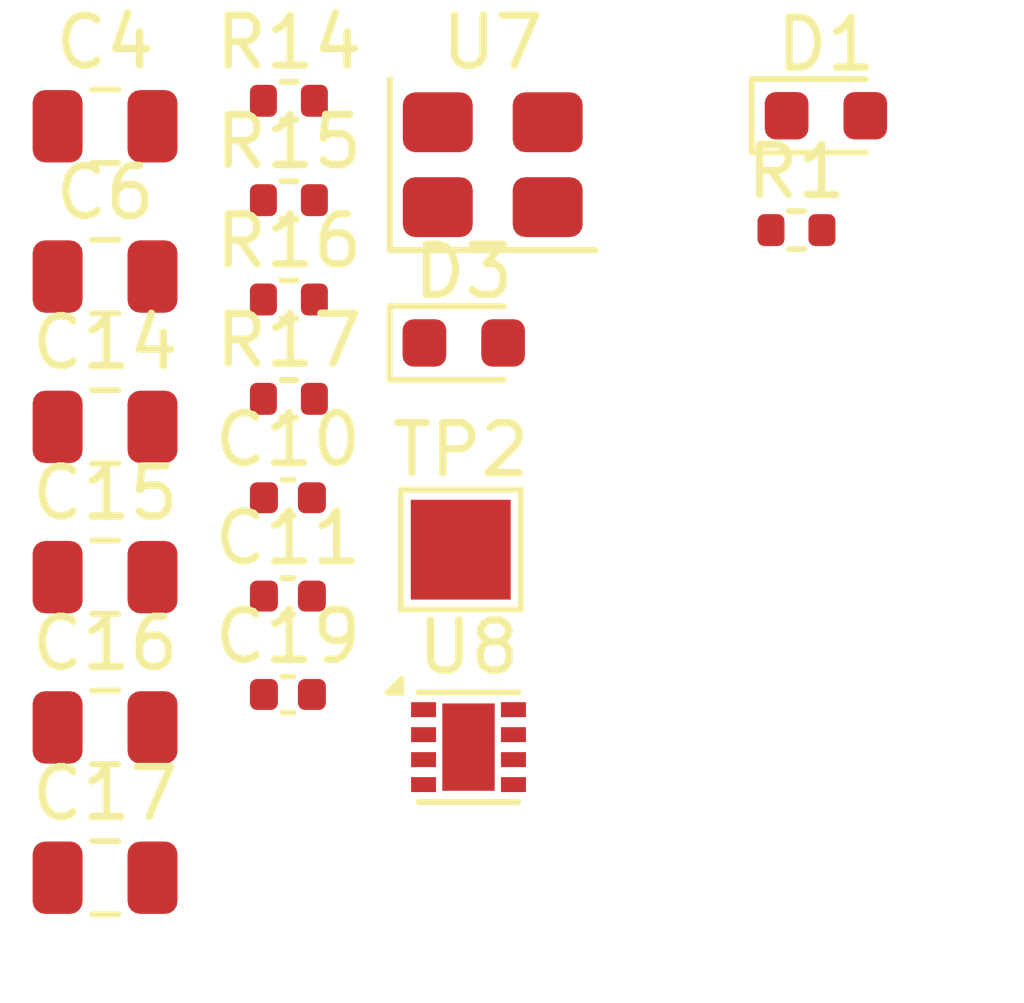
<source format=kicad_pcb>
(kicad_pcb (version 20241229) (generator "pcbnew") (generator_version "9.0")
  (layers (0 "F.Cu" signal) (2 "B.Cu" signal) (13 "F.Paste" user) (15 "B.Paste" user) (5 "F.SilkS" user "F.Silkscreen") (7 "B.SilkS" user "B.Silkscreen") (1 "F.Mask" user) (3 "B.Mask" user) (25 "Edge.Cuts" user))
  (net 0 "")
  (net 1 "GND")
  (net 2 "/NVME/+5v")
  (net 3 "/NVME/FB")
  (net 4 "/NVME/M2_3v3")
  (net 5 "/CM5 Connectors/+3.3v")
  (net 6 "Net-(D1-K)")
  (net 7 "Net-(D3-K)")
  (net 8 "Net-(U2-LED_nACT)")
  (net 9 "/NVME/PCIE_PWR_EN")
  (net 14 "Net-(U8-LX)")
  (footprint "Capacitor_SMD:C_0805_2012Metric" (layer "F.Cu") (at 91.325 63.835)
    (property "Reference" "C14" (at 0 -1.68 0) (layer "F.SilkS"))
    (property "Value" "10u")
    (fp_line (start -0.261252 -0.735) (end 0.261252 -0.735) (stroke (width 0.12)) (layer "F.SilkS"))
    (fp_line (start -0.261252 0.735) (end 0.261252 0.735) (stroke (width 0.12)) (layer "F.SilkS"))
    (pad "1" smd roundrect (at -0.95 0) (size 1 1.45) (layers "F.Cu" "F.Mask" "F.Paste") (net 4 "/NVME/M2_3v3"))
    (pad "2" smd roundrect (at 0.95 0) (size 1 1.45) (layers "F.Cu" "F.Mask" "F.Paste") (net 1 "GND"))
  )
  (footprint "Capacitor_SMD:C_0805_2012Metric" (layer "F.Cu") (at 91.325 66.845)
    (property "Reference" "C15" (at 0 -1.68 0) (layer "F.SilkS"))
    (property "Value" "10u")
    (fp_line (start -0.261252 -0.735) (end 0.261252 -0.735) (stroke (width 0.12)) (layer "F.SilkS"))
    (fp_line (start -0.261252 0.735) (end 0.261252 0.735) (stroke (width 0.12)) (layer "F.SilkS"))
    (pad "1" smd roundrect (at -0.95 0) (size 1 1.45) (layers "F.Cu" "F.Mask" "F.Paste") (net 4 "/NVME/M2_3v3"))
    (pad "2" smd roundrect (at 0.95 0) (size 1 1.45) (layers "F.Cu" "F.Mask" "F.Paste") (net 1 "GND"))
  )
  (footprint "Resistor_SMD:R_0402_1005Metric" (layer "F.Cu") (at 95.005 61.285)
    (property "Reference" "R16" (at 0 -1.17 0) (layer "F.SilkS"))
    (property "Value" "2.2K 1%")
    (fp_line (start -0.153641 -0.38) (end 0.153641 -0.38) (stroke (width 0.12)) (layer "F.SilkS"))
    (fp_line (start -0.153641 0.38) (end 0.153641 0.38) (stroke (width 0.12)) (layer "F.SilkS"))
    (pad "1" smd roundrect (at -0.51 0) (size 0.54 0.64) (layers "F.Cu" "F.Mask" "F.Paste") (net 3 "/NVME/FB"))
    (pad "2" smd roundrect (at 0.51 0) (size 0.54 0.64) (layers "F.Cu" "F.Mask" "F.Paste") (net 1 "GND"))
  )
  (footprint "Capacitor_SMD:C_0805_2012Metric" (layer "F.Cu") (at 91.325 57.815)
    (property "Reference" "C4" (at 0 -1.68 0) (layer "F.SilkS"))
    (property "Value" "10u")
    (fp_line (start -0.261252 -0.735) (end 0.261252 -0.735) (stroke (width 0.12)) (layer "F.SilkS"))
    (fp_line (start -0.261252 0.735) (end 0.261252 0.735) (stroke (width 0.12)) (layer "F.SilkS"))
    (pad "1" smd roundrect (at -0.95 0) (size 1 1.45) (layers "F.Cu" "F.Mask" "F.Paste") (net 2 "/NVME/+5v"))
    (pad "2" smd roundrect (at 0.95 0) (size 1 1.45) (layers "F.Cu" "F.Mask" "F.Paste") (net 1 "GND"))
  )
  (footprint "Resistor_SMD:R_0402_1005Metric" (layer "F.Cu") (at 95.005 59.295)
    (property "Reference" "R15" (at 0 -1.17 0) (layer "F.SilkS"))
    (property "Value" "10K 1%")
    (fp_line (start -0.153641 -0.38) (end 0.153641 -0.38) (stroke (width 0.12)) (layer "F.SilkS"))
    (fp_line (start -0.153641 0.38) (end 0.153641 0.38) (stroke (width 0.12)) (layer "F.SilkS"))
    (pad "1" smd roundrect (at -0.51 0) (size 0.54 0.64) (layers "F.Cu" "F.Mask" "F.Paste") (net 4 "/NVME/M2_3v3"))
    (pad "2" smd roundrect (at 0.51 0) (size 0.54 0.64) (layers "F.Cu" "F.Mask" "F.Paste") (net 3 "/NVME/FB"))
  )
  (footprint "Capacitor_SMD:C_0402_1005Metric" (layer "F.Cu") (at 94.985 65.255)
    (property "Reference" "C10" (at 0 -1.16 0) (layer "F.SilkS"))
    (property "Value" "100n")
    (fp_line (start -0.107836 -0.36) (end 0.107836 -0.36) (stroke (width 0.12)) (layer "F.SilkS"))
    (fp_line (start -0.107836 0.36) (end 0.107836 0.36) (stroke (width 0.12)) (layer "F.SilkS"))
    (pad "1" smd roundrect (at -0.48 0) (size 0.56 0.62) (layers "F.Cu" "F.Mask" "F.Paste") (net 2 "/NVME/+5v"))
    (pad "2" smd roundrect (at 0.48 0) (size 0.56 0.62) (layers "F.Cu" "F.Mask" "F.Paste") (net 1 "GND"))
  )
  (footprint "Package_DFN_QFN:DFN-8-1EP_2x2mm_P0.5mm_EP1.05x1.75mm" (layer "F.Cu") (at 98.6 70.25)
    (property "Reference" "U8" (at 0 -2 0) (layer "F.SilkS"))
    (property "Value" "AP3441SHE-7B")
    (fp_line (start -1 -1.1) (end 1 -1.1) (stroke (width 0.12)) (layer "F.SilkS"))
    (fp_line (start -1 1.1) (end 1 1.1) (stroke (width 0.12)) (layer "F.SilkS"))
    (fp_poly (pts (xy -1.34 -1.09) (xy -1.62 -1.09) (xy -1.34 -1.37) (xy -1.34 -1.09)) (stroke (width 0.12)) (fill yes) (layer "F.SilkS"))
    (pad "1" smd rect (at -0.9 -0.75) (size 0.5 0.3) (layers "F.Cu" "F.Mask" "F.Paste") (net 3 "/NVME/FB"))
    (pad "2" smd rect (at -0.9 -0.25) (size 0.5 0.3) (layers "F.Cu" "F.Mask" "F.Paste"))
    (pad "3" smd rect (at -0.9 0.25) (size 0.5 0.3) (layers "F.Cu" "F.Mask" "F.Paste") (net 2 "/NVME/+5v"))
    (pad "4" smd rect (at -0.9 0.75) (size 0.5 0.3) (layers "F.Cu" "F.Mask" "F.Paste") (net 1 "GND"))
    (pad "5" smd rect (at 0.9 0.75) (size 0.5 0.3) (layers "F.Cu" "F.Mask" "F.Paste"))
    (pad "6" smd rect (at 0.9 0.25) (size 0.5 0.3) (layers "F.Cu" "F.Mask" "F.Paste") (net 14 "Net-(U8-LX)"))
    (pad "7" smd rect (at 0.9 -0.25) (size 0.5 0.3) (layers "F.Cu" "F.Mask" "F.Paste") (net 9 "/NVME/PCIE_PWR_EN"))
    (pad "8" smd rect (at 0.9 -0.75) (size 0.5 0.3) (layers "F.Cu" "F.Mask" "F.Paste") (net 1 "GND"))
    (pad "9" smd rect (at 0 0) (size 1.05 1.75) (layers "F.Cu" "F.Mask") (net 1 "GND"))
  )
  (footprint "Capacitor_SMD:C_0805_2012Metric" (layer "F.Cu") (at 91.325 69.855)
    (property "Reference" "C16" (at 0 -1.68 0) (layer "F.SilkS"))
    (property "Value" "10u")
    (fp_line (start -0.261252 -0.735) (end 0.261252 -0.735) (stroke (width 0.12)) (layer "F.SilkS"))
    (fp_line (start -0.261252 0.735) (end 0.261252 0.735) (stroke (width 0.12)) (layer "F.SilkS"))
    (pad "1" smd roundrect (at -0.95 0) (size 1 1.45) (layers "F.Cu" "F.Mask" "F.Paste") (net 4 "/NVME/M2_3v3"))
    (pad "2" smd roundrect (at 0.95 0) (size 1 1.45) (layers "F.Cu" "F.Mask" "F.Paste") (net 1 "GND"))
  )
  (footprint "Resistor_SMD:R_0402_1005Metric" (layer "F.Cu") (at 105.165 59.895)
    (property "Reference" "R1" (at 0 -1.17 0) (layer "F.SilkS"))
    (property "Value" "1k")
    (fp_line (start -0.153641 -0.38) (end 0.153641 -0.38) (stroke (width 0.12)) (layer "F.SilkS"))
    (fp_line (start -0.153641 0.38) (end 0.153641 0.38) (stroke (width 0.12)) (layer "F.SilkS"))
    (pad "1" smd roundrect (at -0.51 0) (size 0.54 0.64) (layers "F.Cu" "F.Mask" "F.Paste") (net 6 "Net-(D1-K)"))
    (pad "2" smd roundrect (at 0.51 0) (size 0.54 0.64) (layers "F.Cu" "F.Mask" "F.Paste") (net 8 "Net-(U2-LED_nACT)"))
  )
  (footprint "TestPoint:TestPoint_Pad_2.0x2.0mm" (layer "F.Cu") (at 98.445 66.295)
    (property "Reference" "TP2" (at 0 -1.998 0) (layer "F.SilkS"))
    (property "Value" "TestPoint")
    (fp_line (start -1.2 -1.2) (end 1.2 -1.2) (stroke (width 0.12)) (layer "F.SilkS"))
    (fp_line (start -1.2 1.2) (end -1.2 -1.2) (stroke (width 0.12)) (layer "F.SilkS"))
    (fp_line (start 1.2 -1.2) (end 1.2 1.2) (stroke (width 0.12)) (layer "F.SilkS"))
    (fp_line (start 1.2 1.2) (end -1.2 1.2) (stroke (width 0.12)) (layer "F.SilkS"))
    (pad "1" smd rect (at 0 0) (size 2 2) (layers "F.Cu" "F.Mask") (net 7 "Net-(D3-K)"))
  )
  (footprint "Capacitor_SMD:C_0805_2012Metric" (layer "F.Cu") (at 91.325 72.865)
    (property "Reference" "C17" (at 0 -1.68 0) (layer "F.SilkS"))
    (property "Value" "10u")
    (fp_line (start -0.261252 -0.735) (end 0.261252 -0.735) (stroke (width 0.12)) (layer "F.SilkS"))
    (fp_line (start -0.261252 0.735) (end 0.261252 0.735) (stroke (width 0.12)) (layer "F.SilkS"))
    (pad "1" smd roundrect (at -0.95 0) (size 1 1.45) (layers "F.Cu" "F.Mask" "F.Paste") (net 4 "/NVME/M2_3v3"))
    (pad "2" smd roundrect (at 0.95 0) (size 1 1.45) (layers "F.Cu" "F.Mask" "F.Paste") (net 1 "GND"))
  )
  (footprint "Capacitor_SMD:C_0402_1005Metric" (layer "F.Cu") (at 94.985 69.195)
    (property "Reference" "C19" (at 0 -1.16 0) (layer "F.SilkS"))
    (property "Value" "100n")
    (fp_line (start -0.107836 -0.36) (end 0.107836 -0.36) (stroke (width 0.12)) (layer "F.SilkS"))
    (fp_line (start -0.107836 0.36) (end 0.107836 0.36) (stroke (width 0.12)) (layer "F.SilkS"))
    (pad "1" smd roundrect (at -0.48 0) (size 0.56 0.62) (layers "F.Cu" "F.Mask" "F.Paste") (net 4 "/NVME/M2_3v3"))
    (pad "2" smd roundrect (at 0.48 0) (size 0.56 0.62) (layers "F.Cu" "F.Mask" "F.Paste") (net 1 "GND"))
  )
  (footprint "Resistor_SMD:R_0402_1005Metric" (layer "F.Cu") (at 95.005 57.305)
    (property "Reference" "R14" (at 0 -1.17 0) (layer "F.SilkS"))
    (property "Value" "100K 1%")
    (fp_line (start -0.153641 -0.38) (end 0.153641 -0.38) (stroke (width 0.12)) (layer "F.SilkS"))
    (fp_line (start -0.153641 0.38) (end 0.153641 0.38) (stroke (width 0.12)) (layer "F.SilkS"))
    (pad "1" smd roundrect (at -0.51 0) (size 0.54 0.64) (layers "F.Cu" "F.Mask" "F.Paste") (net 9 "/NVME/PCIE_PWR_EN"))
    (pad "2" smd roundrect (at 0.51 0) (size 0.54 0.64) (layers "F.Cu" "F.Mask" "F.Paste") (net 1 "GND"))
  )
  (footprint "Crystal:Crystal_SMD_3225-4Pin_3.2x2.5mm" (layer "F.Cu") (at 99.085 58.585)
    (property "Reference" "U7" (at 0 -2.45 0) (layer "F.SilkS"))
    (property "Value" "ASEK-32.768KHZ-L-R-T")
    (fp_line (start -2.06 -1.71) (end -2.06 1.71) (stroke (width 0.12)) (layer "F.SilkS"))
    (fp_line (start -2.06 1.71) (end 2.06 1.71) (stroke (width 0.12)) (layer "F.SilkS"))
    (pad "1" smd roundrect (at -1.1 0.85) (size 1.4 1.2) (layers "F.Cu" "F.Mask" "F.Paste") (roundrect_rratio 0.208333) (net 4 "/NVME/M2_3v3"))
    (pad "2" smd roundrect (at 1.1 0.85) (size 1.4 1.2) (layers "F.Cu" "F.Mask" "F.Paste") (roundrect_rratio 0.208333) (net 1 "GND"))
    (pad "3" smd roundrect (at 1.1 -0.85) (size 1.4 1.2) (layers "F.Cu" "F.Mask" "F.Paste") (roundrect_rratio 0.208333))
    (pad "4" smd roundrect (at -1.1 -0.85) (size 1.4 1.2) (layers "F.Cu" "F.Mask" "F.Paste") (roundrect_rratio 0.208333) (net 4 "/NVME/M2_3v3"))
  )
  (footprint "LED_SMD:LED_0603_1608Metric" (layer "F.Cu") (at 105.755 57.605)
    (property "Reference" "D1" (at 0 -1.43 0) (layer "F.SilkS"))
    (property "Value" "LED Green")
    (fp_line (start -1.485 -0.735) (end -1.485 0.735) (stroke (width 0.12)) (layer "F.SilkS"))
    (fp_line (start -1.485 0.735) (end 0.8 0.735) (stroke (width 0.12)) (layer "F.SilkS"))
    (fp_line (start 0.8 -0.735) (end -1.485 -0.735) (stroke (width 0.12)) (layer "F.SilkS"))
    (pad "1" smd roundrect (at -0.7875 0) (size 0.875 0.95) (layers "F.Cu" "F.Mask" "F.Paste") (net 6 "Net-(D1-K)"))
    (pad "2" smd roundrect (at 0.7875 0) (size 0.875 0.95) (layers "F.Cu" "F.Mask" "F.Paste") (net 5 "/CM5 Connectors/+3.3v"))
  )
  (footprint "Capacitor_SMD:C_0402_1005Metric" (layer "F.Cu") (at 94.985 67.225)
    (property "Reference" "C11" (at 0 -1.16 0) (layer "F.SilkS"))
    (property "Value" "4.7nF")
    (fp_line (start -0.107836 -0.36) (end 0.107836 -0.36) (stroke (width 0.12)) (layer "F.SilkS"))
    (fp_line (start -0.107836 0.36) (end 0.107836 0.36) (stroke (width 0.12)) (layer "F.SilkS"))
    (pad "1" smd roundrect (at -0.48 0) (size 0.56 0.62) (layers "F.Cu" "F.Mask" "F.Paste") (net 4 "/NVME/M2_3v3"))
    (pad "2" smd roundrect (at 0.48 0) (size 0.56 0.62) (layers "F.Cu" "F.Mask" "F.Paste") (net 3 "/NVME/FB"))
  )
  (footprint "Resistor_SMD:R_0402_1005Metric" (layer "F.Cu") (at 95.005 63.275)
    (property "Reference" "R17" (at 0 -1.17 0) (layer "F.SilkS"))
    (property "Value" "1k")
    (fp_line (start -0.153641 -0.38) (end 0.153641 -0.38) (stroke (width 0.12)) (layer "F.SilkS"))
    (fp_line (start -0.153641 0.38) (end 0.153641 0.38) (stroke (width 0.12)) (layer "F.SilkS"))
    (pad "1" smd roundrect (at -0.51 0) (size 0.54 0.64) (layers "F.Cu" "F.Mask" "F.Paste") (net 7 "Net-(D3-K)"))
    (pad "2" smd roundrect (at 0.51 0) (size 0.54 0.64) (layers "F.Cu" "F.Mask" "F.Paste"))
  )
  (footprint "Capacitor_SMD:C_0805_2012Metric" (layer "F.Cu") (at 91.325 60.825)
    (property "Reference" "C6" (at 0 -1.68 0) (layer "F.SilkS"))
    (property "Value" "10u")
    (fp_line (start -0.261252 -0.735) (end 0.261252 -0.735) (stroke (width 0.12)) (layer "F.SilkS"))
    (fp_line (start -0.261252 0.735) (end 0.261252 0.735) (stroke (width 0.12)) (layer "F.SilkS"))
    (pad "1" smd roundrect (at -0.95 0) (size 1 1.45) (layers "F.Cu" "F.Mask" "F.Paste") (net 2 "/NVME/+5v"))
    (pad "2" smd roundrect (at 0.95 0) (size 1 1.45) (layers "F.Cu" "F.Mask" "F.Paste") (net 1 "GND"))
  )
  (footprint "LED_SMD:LED_0603_1608Metric" (layer "F.Cu") (at 98.505 62.155)
    (property "Reference" "D3" (at 0 -1.43 0) (layer "F.SilkS"))
    (property "Value" "LED Green")
    (fp_line (start -1.485 -0.735) (end -1.485 0.735) (stroke (width 0.12)) (layer "F.SilkS"))
    (fp_line (start -1.485 0.735) (end 0.8 0.735) (stroke (width 0.12)) (layer "F.SilkS"))
    (fp_line (start 0.8 -0.735) (end -1.485 -0.735) (stroke (width 0.12)) (layer "F.SilkS"))
    (pad "1" smd roundrect (at -0.7875 0) (size 0.875 0.95) (layers "F.Cu" "F.Mask" "F.Paste") (net 7 "Net-(D3-K)"))
    (pad "2" smd roundrect (at 0.7875 0) (size 0.875 0.95) (layers "F.Cu" "F.Mask" "F.Paste") (net 4 "/NVME/M2_3v3"))
  )
)
</source>
